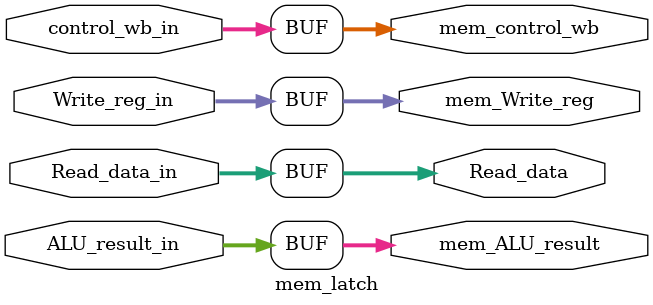
<source format=v>
`timescale 1ns / 1ps
module mem_latch(input [1:0] control_wb_in, input[31:0] Read_data_in, input[31:0] ALU_result_in, input[4:0] Write_reg_in,
output reg[1:0]mem_control_wb, output reg[31:0]Read_data, output reg[31:0]mem_ALU_result, output reg[4:0] mem_Write_reg 
    );
	 
	  always @*
     begin
     #5  // clock cycle of the latch
         mem_control_wb <= control_wb_in;
			Read_data  <= Read_data_in;
			mem_ALU_result <= ALU_result_in;
			mem_Write_reg   <= Write_reg_in;

			
     end

endmodule

</source>
